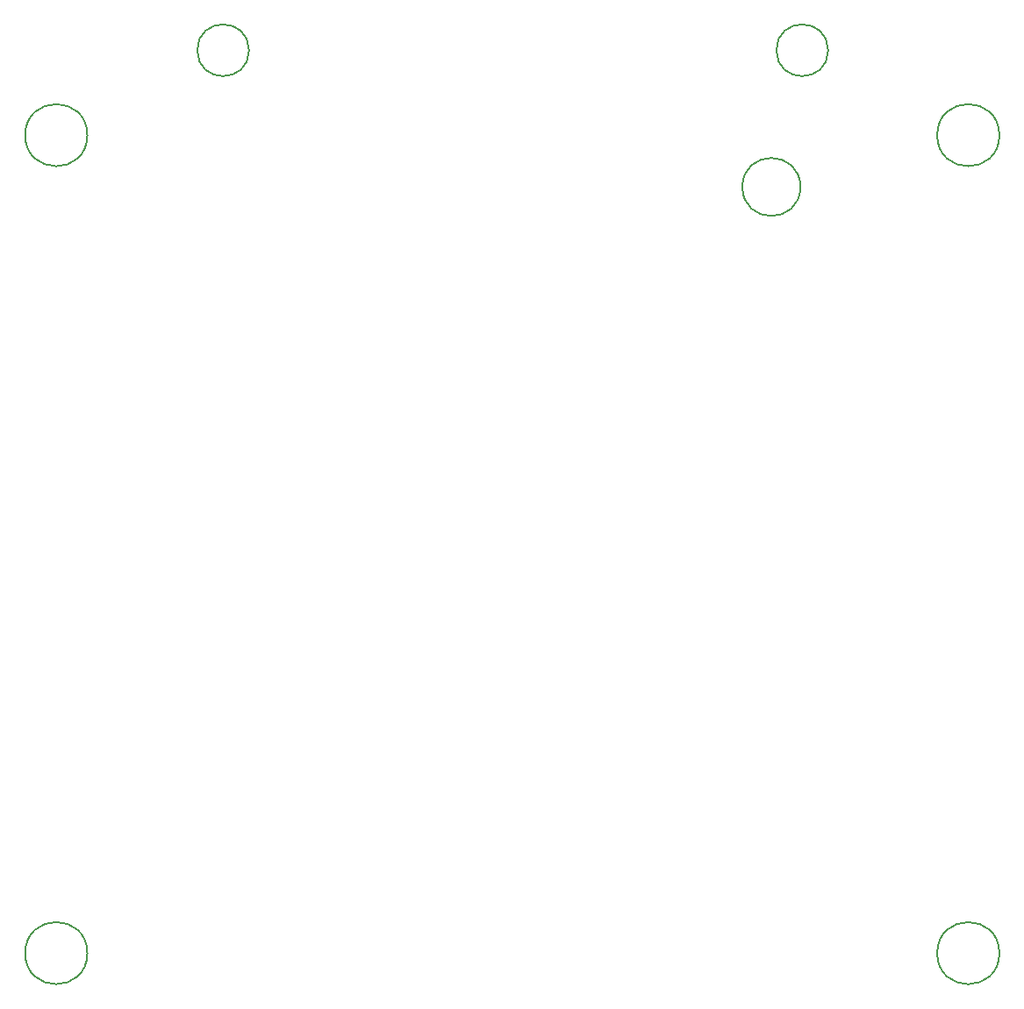
<source format=gbr>
G04 #@! TF.GenerationSoftware,KiCad,Pcbnew,6.0.9-8da3e8f707~116~ubuntu22.04.1*
G04 #@! TF.CreationDate,2022-11-12T12:35:46-05:00*
G04 #@! TF.ProjectId,dso138_testpanel,64736f31-3338-45f7-9465-737470616e65,rev?*
G04 #@! TF.SameCoordinates,Original*
G04 #@! TF.FileFunction,Other,Comment*
%FSLAX46Y46*%
G04 Gerber Fmt 4.6, Leading zero omitted, Abs format (unit mm)*
G04 Created by KiCad (PCBNEW 6.0.9-8da3e8f707~116~ubuntu22.04.1) date 2022-11-12 12:35:46*
%MOMM*%
%LPD*%
G01*
G04 APERTURE LIST*
%ADD10C,0.150000*%
G04 APERTURE END LIST*
D10*
G04 #@! TO.C,H15*
X77800000Y112000000D02*
G75*
G03*
X77800000Y112000000I-2800000J0D01*
G01*
G04 #@! TO.C,H6*
X97000000Y117000000D02*
G75*
G03*
X97000000Y117000000I-3000000J0D01*
G01*
G04 #@! TO.C,H9*
X9000000Y38000000D02*
G75*
G03*
X9000000Y38000000I-3000000J0D01*
G01*
G04 #@! TO.C,H3*
X9000000Y117000000D02*
G75*
G03*
X9000000Y117000000I-3000000J0D01*
G01*
G04 #@! TO.C,H14*
X80480000Y125200000D02*
G75*
G03*
X80480000Y125200000I-2500000J0D01*
G01*
G04 #@! TO.C,H13*
X24600000Y125200000D02*
G75*
G03*
X24600000Y125200000I-2500000J0D01*
G01*
G04 #@! TO.C,H12*
X97000000Y38000000D02*
G75*
G03*
X97000000Y38000000I-3000000J0D01*
G01*
G04 #@! TD*
M02*

</source>
